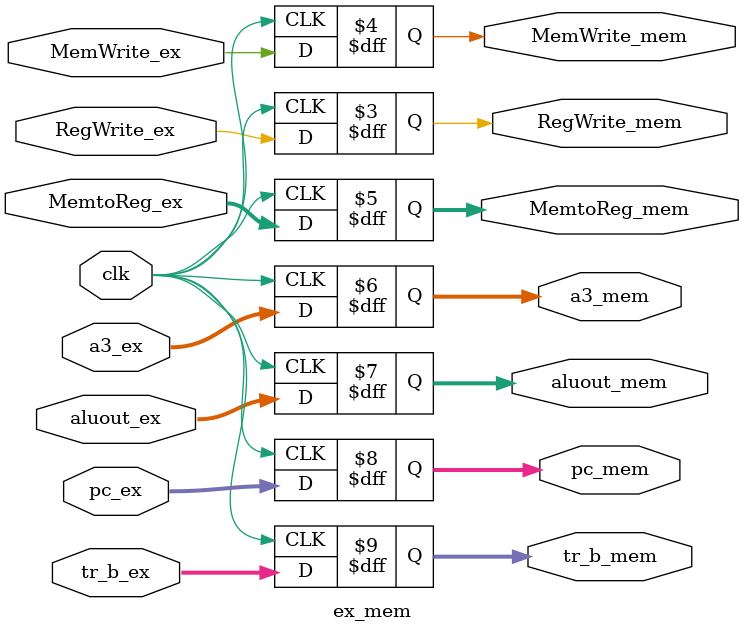
<source format=v>
`timescale 1ns / 1ps
module ex_mem(
	input  clk,
	input  RegWrite_ex,
	input  MemWrite_ex,
	input  [1:0]MemtoReg_ex,
	input  [4:0]a3_ex,
	input  [31:0]pc_ex,aluout_ex,tr_b_ex,
/*=========================================================================================================*/
	output reg RegWrite_mem,
	output reg MemWrite_mem,
	output reg [1:0]MemtoReg_mem,
	output reg [4:0]a3_mem,
	output reg [31:0]aluout_mem,pc_mem,tr_b_mem
    );
/*=========================================================================================================*/
	initial
	begin
		RegWrite_mem<=0;
		MemWrite_mem<=0;
		MemtoReg_mem<=0;
		a3_mem<=0;
		aluout_mem<=0;
		pc_mem<=0;
		tr_b_mem<=0;
	end
/*=========================================================================================================*/
	always@(posedge clk)	
	begin
		RegWrite_mem<=RegWrite_ex;
		MemWrite_mem<=MemWrite_ex;
		MemtoReg_mem<=MemtoReg_ex;
		a3_mem<=a3_ex;
		aluout_mem<=aluout_ex;
		pc_mem<=pc_ex;
		tr_b_mem<=tr_b_ex;
	end
/*=========================================================================================================*/
endmodule

</source>
